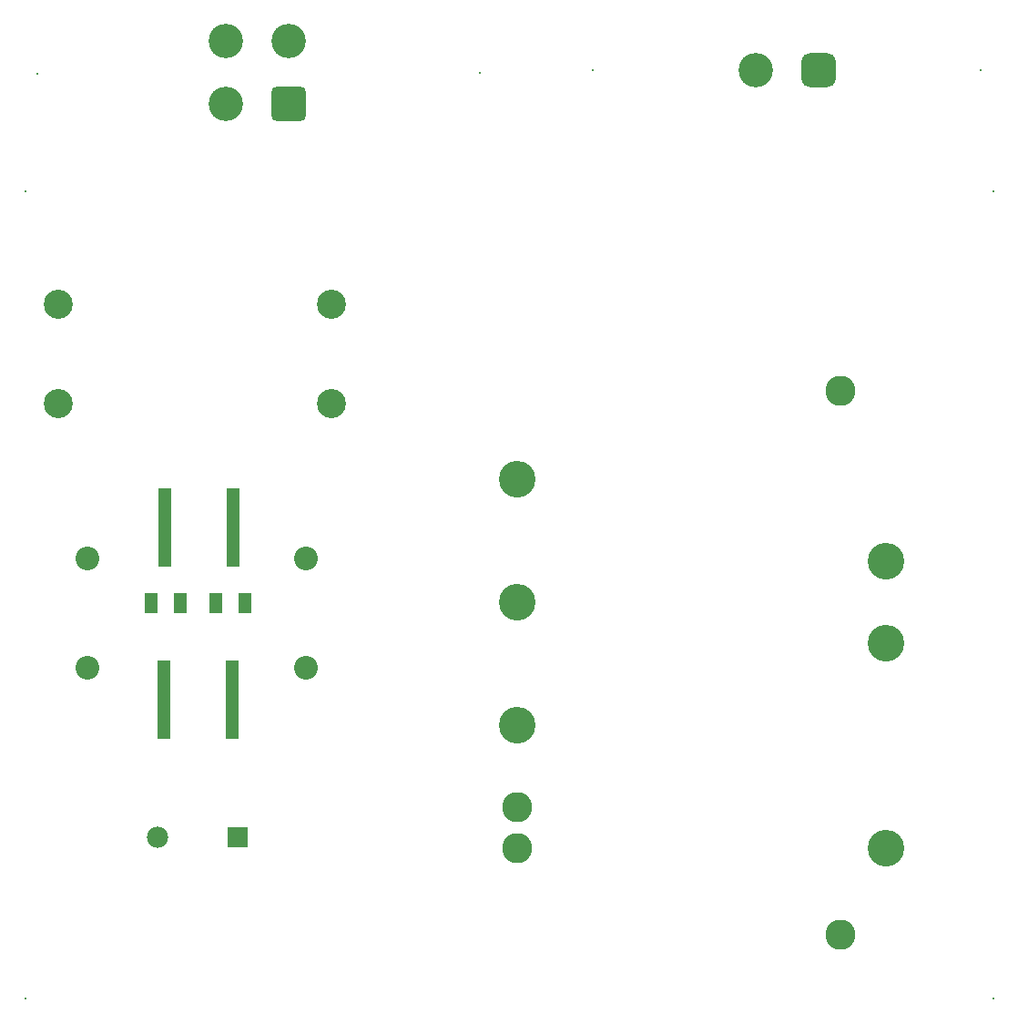
<source format=gbs>
G04*
G04 #@! TF.GenerationSoftware,Altium Limited,Altium Designer,18.1.9 (240)*
G04*
G04 Layer_Color=16711935*
%FSLAX25Y25*%
%MOIN*%
G70*
G01*
G75*
%ADD17R,0.05131X0.07493*%
%ADD19C,0.08674*%
%ADD20C,0.11036*%
%ADD21C,0.13398*%
%ADD22R,0.07800X0.07800*%
%ADD23C,0.07800*%
%ADD24C,0.10642*%
%ADD25C,0.00800*%
G04:AMPARAMS|DCode=26|XSize=126.11mil|YSize=126.11mil|CornerRadius=33.53mil|HoleSize=0mil|Usage=FLASHONLY|Rotation=0.000|XOffset=0mil|YOffset=0mil|HoleType=Round|Shape=RoundedRectangle|*
%AMROUNDEDRECTD26*
21,1,0.12611,0.05906,0,0,0.0*
21,1,0.05906,0.12611,0,0,0.0*
1,1,0.06706,0.02953,-0.02953*
1,1,0.06706,-0.02953,-0.02953*
1,1,0.06706,-0.02953,0.02953*
1,1,0.06706,0.02953,0.02953*
%
%ADD26ROUNDEDRECTD26*%
%ADD27C,0.12611*%
G04:AMPARAMS|DCode=28|XSize=126.11mil|YSize=126.11mil|CornerRadius=18.76mil|HoleSize=0mil|Usage=FLASHONLY|Rotation=0.000|XOffset=0mil|YOffset=0mil|HoleType=Round|Shape=RoundedRectangle|*
%AMROUNDEDRECTD28*
21,1,0.12611,0.08858,0,0,0.0*
21,1,0.08858,0.12611,0,0,0.0*
1,1,0.03753,0.04429,-0.04429*
1,1,0.03753,-0.04429,-0.04429*
1,1,0.03753,-0.04429,0.04429*
1,1,0.03753,0.04429,0.04429*
%
%ADD28ROUNDEDRECTD28*%
%ADD43R,0.04934X0.29147*%
D17*
X65748Y164331D02*
D03*
X76378D02*
D03*
X89370D02*
D03*
X100000D02*
D03*
D19*
X42244Y140709D02*
D03*
X122244D02*
D03*
Y180709D02*
D03*
X42244D02*
D03*
D20*
X317914Y42874D02*
D03*
Y242087D02*
D03*
X199646Y74606D02*
D03*
Y89606D02*
D03*
D21*
X334646Y74606D02*
D03*
X199646Y209606D02*
D03*
Y164606D02*
D03*
Y119606D02*
D03*
X334646Y149606D02*
D03*
Y179606D02*
D03*
D22*
X97441Y78740D02*
D03*
D23*
X67913D02*
D03*
D24*
X131890Y237205D02*
D03*
X31890D02*
D03*
X131890Y273622D02*
D03*
X31890D02*
D03*
D25*
X369488Y359252D02*
D03*
X227362D02*
D03*
X23937Y358189D02*
D03*
X186024Y358268D02*
D03*
X19685Y19685D02*
D03*
X374016Y314961D02*
D03*
Y19685D02*
D03*
X19685Y314961D02*
D03*
D26*
X309961Y359252D02*
D03*
D27*
X286970D02*
D03*
X93110Y347047D02*
D03*
X116142Y369980D02*
D03*
X93110D02*
D03*
D28*
X116142Y346949D02*
D03*
D43*
X70642Y191890D02*
D03*
X95838D02*
D03*
X70276Y128898D02*
D03*
X95472D02*
D03*
M02*

</source>
